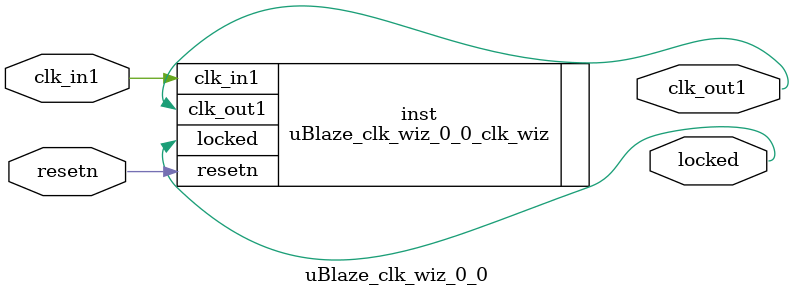
<source format=v>


`timescale 1ps/1ps

(* CORE_GENERATION_INFO = "uBlaze_clk_wiz_0_0,clk_wiz_v6_0_1_0_0,{component_name=uBlaze_clk_wiz_0_0,use_phase_alignment=true,use_min_o_jitter=false,use_max_i_jitter=false,use_dyn_phase_shift=false,use_inclk_switchover=false,use_dyn_reconfig=false,enable_axi=0,feedback_source=FDBK_AUTO,PRIMITIVE=MMCM,num_out_clk=1,clkin1_period=10.000,clkin2_period=10.000,use_power_down=false,use_reset=true,use_locked=true,use_inclk_stopped=false,feedback_type=SINGLE,CLOCK_MGR_TYPE=NA,manual_override=false}" *)

module uBlaze_clk_wiz_0_0 
 (
  // Clock out ports
  output        clk_out1,
  // Status and control signals
  input         resetn,
  output        locked,
 // Clock in ports
  input         clk_in1
 );

  uBlaze_clk_wiz_0_0_clk_wiz inst
  (
  // Clock out ports  
  .clk_out1(clk_out1),
  // Status and control signals               
  .resetn(resetn), 
  .locked(locked),
 // Clock in ports
  .clk_in1(clk_in1)
  );

endmodule

</source>
